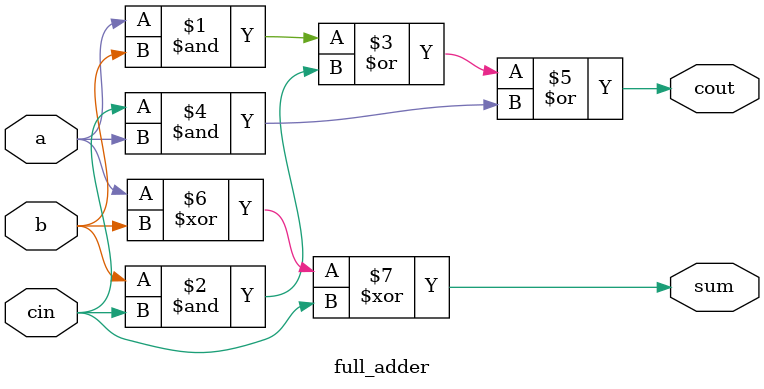
<source format=v>
module top_module( 
    input [2:0] a, b,
    input cin,
    output [2:0] cout,
    output [2:0] sum );
    full_adder fa1(a[0],b[0],cin,cout[0],sum[0]);
    full_adder fa2(a[1],b[1],cout[0],cout[1],sum[1]);
    full_adder fa3(a[2],b[2],cout[1],cout[2],sum[2]);
endmodule

module full_adder( 
    input a, b, cin,
    output cout, sum );
    assign cout=(a&b)|(b&cin)|(cin&a);
    assign sum=a^b^cin;
endmodule
</source>
